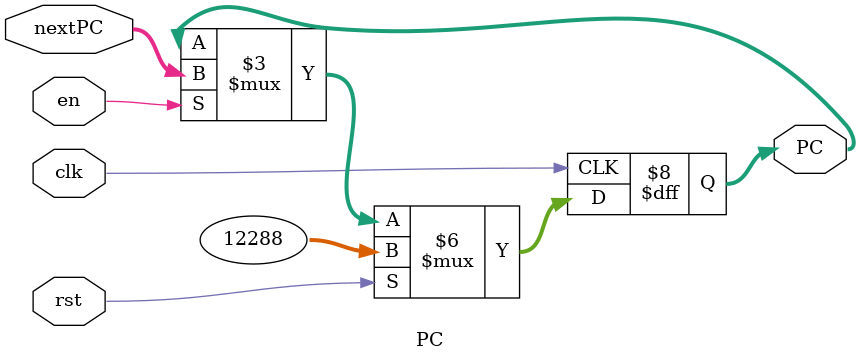
<source format=v>
`timescale 1ns / 1ps
module PC(
    input clk,
    input rst,
    input en,
    input [31:0] nextPC,
    output reg [31:0] PC
    );
always @(posedge clk) begin
	if (rst) begin
		// reset
		PC <= 'h0000_3000;
	end
	else if (en) begin
		PC <= nextPC;
	end else begin
		PC <= PC;
	end
end

endmodule

</source>
